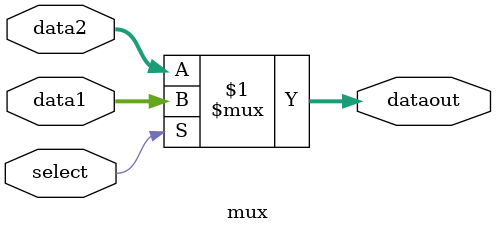
<source format=v>

module ALUcntrl
(
input [3:0] Opcode,
input [3:0] OpcodeExt_ImmHi,
input [15:0] Reg2Data,
input [3:0] Rsrc_ImmLo,

output reg [3:0] ALUctrl,
output reg [15:0] Rsrc_Imm
);

reg [15:0] signExt, zeroExt, shiftExt;
reg [7:0] Imm;

//ITYPE instructions
parameter ADDI = 4'b0101;
parameter SUBI = 4'b1001;
parameter CMPI = 4'b1011;
parameter ANDI = 4'b0001;
parameter ORI = 4'b0010;
parameter XORI = 4'b0011;
parameter MOVI = 4'b1101;
parameter LSH= 4'b1000;
parameter LUI = 4'b1111;


//RTYPE instructions
parameter ADD = 4'b0101;
parameter SUB = 4'b1001;
parameter CMP = 4'b1011;
parameter AND = 4'b0001;
parameter OR = 4'b0010;
parameter XOR = 4'b0011;
parameter MOV = 4'b1101;

initial begin
	Imm <= 8'b0;
end

always@(*) begin
	Rsrc_Imm <= 16'b0;
	Imm <= {OpcodeExt_ImmHi[3:0], Rsrc_ImmLo[3:0]}; // immediate
	zeroExt <= {8'b00000000, Imm[7:0]}; // zero extended immediate
	signExt <= {{8{Imm[7]}}, Imm[7:0]}; //sign extened immediate
	shiftExt <= {{12{Rsrc_ImmLo[3]}}, Imm[3:0]}; // the sign extended for shift instructions
	// If Opcode is I Type
	case(Opcode) 
		ADDI: begin ALUctrl <= 4'b0101; Rsrc_Imm <= signExt; end
		SUBI: begin ALUctrl <= 4'b1001; Rsrc_Imm <= signExt; end
		CMPI: begin ALUctrl <= 4'b1011; Rsrc_Imm <= signExt; end
		ANDI: begin ALUctrl <= 4'b0001; Rsrc_Imm <= zeroExt; end
		ORI: begin ALUctrl <= 4'b0010; Rsrc_Imm <= zeroExt; end
		XORI: begin ALUctrl <= 4'b0011; Rsrc_Imm <= zeroExt; end
		MOVI: begin ALUctrl <= 4'b1101; Rsrc_Imm <= zeroExt; end
		LSH:
			if(OpcodeExt_ImmHi[2]) // regular LSH
			begin
				ALUctrl <= 4'b0100;
			end
		else if (OpcodeExt_ImmHi[0])
			begin
				ALUctrl <= 4'b0111; // Right Shift
				Rsrc_Imm <= shiftExt;
			end
		else 
			begin
				ALUctrl <= 4'b0000; // Left Shift 
				Rsrc_Imm <= shiftExt;
			end
		LUI:
		begin
			ALUctrl <= 4'b1111; 
			Rsrc_Imm <= {{0{0}}, Imm[7:0]};
		end
		default: case(OpcodeExt_ImmHi) // R-Type instruction
			ADD: begin ALUctrl <= 4'b0101; Rsrc_Imm <= Reg2Data; end
			SUB: begin ALUctrl <= 4'b1001; Rsrc_Imm <= Reg2Data; end
			CMP: begin ALUctrl <= 4'b1011; Rsrc_Imm <= Reg2Data; end
			AND: begin ALUctrl <= 4'b0001; Rsrc_Imm <= Reg2Data; end
			OR: begin ALUctrl <= 4'b0010; Rsrc_Imm <= Reg2Data; end
			XOR: begin ALUctrl <= 4'b0011; Rsrc_Imm <= Reg2Data; end
			MOV: begin ALUctrl <= 4'b1101; Rsrc_Imm <= Reg2Data; end
			default: begin ALUctrl <= 4'b0000; Rsrc_Imm <= Reg2Data; end// This should never happen
			endcase
		endcase
	end
endmodule
// Performs ALU operations and keeps track of Program Status Register			
module ALU (
	input ALUen,
	input [15:0] Rdest,
	input [15:0] Rsrc,
	input [3:0] alucont,
	
	output reg [15:0] result,
	output reg [15:0] PSR
);

// ALU operations
parameter ADD = 4'b0101;
parameter SUB = 4'b1001;
parameter AND = 4'b0001;
parameter OR = 4'b0010;
parameter XOR = 4'b0011;
parameter LSH = 4'b0100;
parameter LSHI = 4'b0000;
parameter RSHI = 4'b0111;
parameter CMP = 4'b1011;
parameter MOV = 4'b1101;

// SPECIAL CASES
parameter LUI = 4'b1111;
reg [16:0] temp;  // Temporary register for overflow/carry calculations

initial begin
	PSR = 16'b0000000000000000; //rrrrIPE0NZF00LTC
end


always @(*) begin
	result = 16'b0;
	temp = 16'b0;
	// Reset all flags at the start of each operation
	if (ALUen) begin
	case (alucont)
		AND: result = Rdest & Rsrc; // AND Operation
		OR: result = Rdest | Rsrc;  // OR Operation
		XOR: result = Rdest ^ Rsrc; // XOR Operation
		MOV: result = Rsrc; 		// Move Operation
		
		ADD: begin
			temp = Rdest + Rsrc; // Temporary 16 bit computation
			result = temp[15:0]; // Result assignment of 16 bits
			PSR[0] = temp[16]; // Unsigned Carry Bit
			// Need more detection for overflow
			PSR[5] = (Rdest[15] == Rsrc[15]) && (result[15] != Rdest[15]); // Signed overflow detection
		end
		
		SUB: begin
			temp = Rdest + (~Rsrc + 1); // Temporary 16 bit computation
			result = temp[15:0]; // Result assignment of 15 bits
			PSR[0] = temp[16]; // Unsigned Carry Bit
			PSR[5] = (Rdest[15] != Rsrc[15]) && (result[15] != Rdest[15]); // Signed overflow detection
		end
		
		LSH: begin
			if (Rsrc == 16'b1111111111111111) begin      // Check if b is -1 (16-bit two's complement representation of -1)
				 result = Rdest >> 1;          				// Logical Shift Right by 1     
			end else if (Rsrc == 16'h0001) begin			// Check if b is 1 (16-bit two's complement representation of 1)
				 result = Rdest << 1;          				// Logical Shift Left by 1
			end else begin
				 result = Rdest;               				// Should never happen
			end
      end
		
		LSHI:begin
			result = Rdest << Rsrc; // Left Shift by Immidiate
		end
		
		RSHI:begin
			result = Rdest >> Rsrc; // Right Szhift by Immidiate
		end
		
		CMP: begin
			temp = Rdest - Rsrc;	// Store compare in temp variable
		   result = 16'b0;
			PSR[6] = (temp[15:0] == 16'b0);   // Zero flag if operands are equal
			PSR[7] = temp[16];                // Negative flag if the result is negative
			PSR[2] = (temp[15] == 1'b1);      // 'Less than' flag for signed comparison
		end

		LUI:
			result = (Rsrc << 8) | Rdest[7:0]; //Perform LUI by shifting left by 8 and masking lower 8 bits
		
		default: result = 16'b0; // Should Never Happen
		
	endcase
	end
end
endmodule
// 16 bit 2-1 MUX
module mux(
input [15:0] data1, data2,
input select,
output [15:0] dataout
);

assign dataout = select ? data1 : data2;

endmodule
</source>
